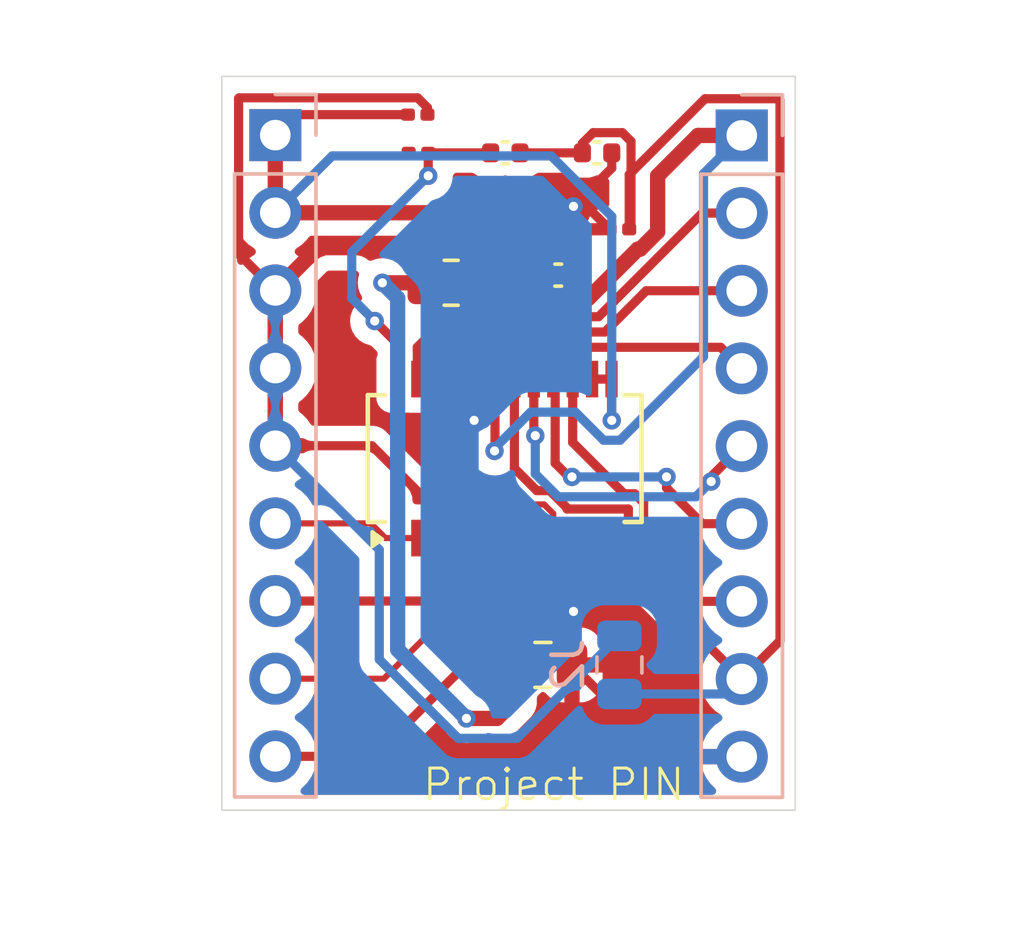
<source format=kicad_pcb>
(kicad_pcb (version 20240108) (generator "pcbnew") (generator_version "8.0")
  (layers (0 "F.Cu" signal) (31 "B.Cu" signal) (34 "B.Paste" user) (35 "F.Paste" user) (36 "B.SilkS" user "B.Silkscreen") (37 "F.SilkS" user "F.Silkscreen") (38 "B.Mask" user) (39 "F.Mask" user) (44 "Edge.Cuts" user))
  (net 0 "")
  (net 1 "sankaku")
  (net 2 "Net-(U1-VM1)")
  (net 3 "VCC")
  (net 4 "GND")
  (net 5 "VM")
  (net 6 "Net-(Conn1-Pin_7)")
  (net 7 "Net-(Conn1-Pin_8)")
  (net 8 "Net-(Conn1-Pin_6)")
  (net 9 "Net-(Conn1-Pin_9)")
  (net 10 "AIN2")
  (net 11 "BIN2")
  (net 12 "PWMB")
  (net 13 "BIN1")
  (net 14 "PWMA")
  (net 15 "STBY")
  (net 16 "AIN1")
  (net 17 "Net-(J1-Pad1)")
  (footprint "Capacitor_SMD:C_0201_0603Metric" (layer "F.Cu") (at 126.155 72.25)
    (property "Reference" "C5" (hide yes))
    (property "Value" "C")
    (pad "1" smd roundrect (at -0.32 0) (size 0.46 0.4) (layers "F.Cu" "F.Mask") (net 5 "VM"))
    (pad "2" smd roundrect (at 0.32 0) (size 0.46 0.4) (layers "F.Cu" "F.Mask") (net 4 "GND"))
  )
  (footprint "Capacitor_SMD:C_0805_2012Metric" (layer "F.Cu") (at 130.25 90.25)
    (property "Reference" "J1" (hide yes))
    (property "Value" "C" (hide yes))
    (fp_line (start -0.261252 -0.735) (end 0.261252 -0.735) (stroke (width 0.12)) (layer "F.SilkS"))
    (fp_line (start -0.261252 0.735) (end 0.261252 0.735) (stroke (width 0.12)) (layer "F.SilkS"))
    (pad "1" smd roundrect (at -0.95 0) (size 1 1.45) (layers "F.Cu" "F.Paste" "F.Mask") (net 17 "Net-(J1-Pad1)"))
    (pad "2" smd roundrect (at 0.95 0) (size 1 1.45) (layers "F.Cu" "F.Paste" "F.Mask") (net 3 "VCC"))
  )
  (footprint "Capacitor_SMD:C_0402_1005Metric" (layer "F.Cu") (at 129.02 73.5)
    (property "Reference" "C2" (hide yes))
    (property "Value" "C" (hide yes))
    (fp_line (start -0.107836 -0.36) (end 0.107836 -0.36) (stroke (width 0.12)) (layer "F.SilkS"))
    (fp_line (start -0.107836 0.36) (end 0.107836 0.36) (stroke (width 0.12)) (layer "F.SilkS"))
    (pad "1" smd roundrect (at -0.48 0) (size 0.56 0.62) (layers "F.Cu" "F.Paste" "F.Mask") (net 2 "Net-(U1-VM1)"))
    (pad "2" smd roundrect (at 0.48 0) (size 0.56 0.62) (layers "F.Cu" "F.Paste" "F.Mask") (net 1 "sankaku"))
  )
  (footprint "Capacitor_SMD:C_0402_1005Metric" (layer "F.Cu") (at 130.75 77.5)
    (property "Reference" "C6" (hide yes))
    (property "Value" "C" (hide yes))
    (fp_line (start -0.107836 -0.36) (end 0.107836 -0.36) (stroke (width 0.12)) (layer "F.SilkS"))
    (fp_line (start -0.107836 0.36) (end 0.107836 0.36) (stroke (width 0.12)) (layer "F.SilkS"))
    (pad "1" smd roundrect (at -0.48 0) (size 0.56 0.62) (layers "F.Cu" "F.Paste" "F.Mask") (net 4 "GND"))
    (pad "2" smd roundrect (at 0.48 0) (size 0.56 0.62) (layers "F.Cu" "F.Paste" "F.Mask") (net 5 "VM"))
  )
  (footprint "Capacitor_SMD:C_0201_0603Metric" (layer "F.Cu") (at 126.18 73.5 180)
    (property "Reference" "C1" (hide yes))
    (property "Value" "C")
    (pad "1" smd roundrect (at -0.32 0 180) (size 0.46 0.4) (layers "F.Cu" "F.Mask") (net 2 "Net-(U1-VM1)"))
    (pad "2" smd roundrect (at 0.32 0 180) (size 0.46 0.4) (layers "F.Cu" "F.Mask") (net 1 "sankaku"))
  )
  (footprint "Capacitor_SMD:C_0201_0603Metric" (layer "F.Cu") (at 132.75 76)
    (property "Reference" "C3" (hide yes))
    (property "Value" "C" (hide yes))
    (pad "1" smd roundrect (at -0.32 0) (size 0.46 0.4) (layers "F.Cu" "F.Mask") (net 3 "VCC"))
    (pad "2" smd roundrect (at 0.32 0) (size 0.46 0.4) (layers "F.Cu" "F.Mask") (net 1 "sankaku"))
  )
  (footprint "Resistor_SMD:R_0805_2012Metric" (layer "F.Cu") (at 127.25 77.75)
    (property "Reference" "R1" (hide yes))
    (property "Value" "10k" (hide yes))
    (fp_line (start -0.227064 -0.735) (end 0.227064 -0.735) (stroke (width 0.12)) (layer "F.SilkS"))
    (fp_line (start -0.227064 0.735) (end 0.227064 0.735) (stroke (width 0.12)) (layer "F.SilkS"))
    (pad "1" smd roundrect (at -0.9125 0) (size 1.025 1.4) (layers "F.Cu" "F.Paste" "F.Mask") (roundrect_rratio 0.243902) (net 17 "Net-(J1-Pad1)"))
    (pad "2" smd roundrect (at 0.9125 0) (size 1.025 1.4) (layers "F.Cu" "F.Paste" "F.Mask") (roundrect_rratio 0.243902) (net 15 "STBY"))
  )
  (footprint "Package_SO:SSOP-24_3.9x8.7mm_P0.635mm" (layer "F.Cu") (at 129 83.5 90)
    (property "Reference" "U1" (hide yes))
    (property "Value" "TB6612FNG_C_8_EL" (hide yes))
    (fp_line (start 2.075 -4.475) (end 2.075 -3.9175) (stroke (width 0.15)) (layer "F.SilkS"))
    (fp_line (start -2.075 -4.475) (end 2.075 -4.475) (stroke (width 0.15)) (layer "F.SilkS"))
    (fp_line (start -2.075 -4.475) (end -2.075 -3.9175) (stroke (width 0.15)) (layer "F.SilkS"))
    (fp_line (start 2.075 4.475) (end 2.075 3.9175) (stroke (width 0.15)) (layer "F.SilkS"))
    (fp_line (start -2.075 4.475) (end -2.075 3.9175) (stroke (width 0.15)) (layer "F.SilkS"))
    (fp_line (start -2.075 4.475) (end 2.075 4.475) (stroke (width 0.15)) (layer "F.SilkS"))
    (fp_poly (pts (xy -2.6375 -4) (xy -2.8775 -4.33) (xy -2.3975 -4.33) (xy -2.6375 -4)) (stroke (width 0.12)) (fill solid) (layer "F.SilkS"))
    (pad "1" smd rect (at -2.6 -3.4925 90) (size 1.2 0.4) (layers "F.Cu" "F.Paste" "F.Mask") (net 8 "Net-(Conn1-Pin_6)"))
    (pad "2" smd rect (at -2.6 -2.8575 90) (size 1.2 0.4) (layers "F.Cu" "F.Paste" "F.Mask") (net 8 "Net-(Conn1-Pin_6)"))
    (pad "3" smd rect (at -2.6 -2.2225 90) (size 1.2 0.4) (layers "F.Cu" "F.Paste" "F.Mask") (net 4 "GND"))
    (pad "4" smd rect (at -2.6 -1.5875 90) (size 1.2 0.4) (layers "F.Cu" "F.Paste" "F.Mask") (net 4 "GND"))
    (pad "5" smd rect (at -2.6 -0.9525 90) (size 1.2 0.4) (layers "F.Cu" "F.Paste" "F.Mask") (net 6 "Net-(Conn1-Pin_7)"))
    (pad "6" smd rect (at -2.6 -0.3175 90) (size 1.2 0.4) (layers "F.Cu" "F.Paste" "F.Mask") (net 6 "Net-(Conn1-Pin_7)"))
    (pad "7" smd rect (at -2.6 0.3175 90) (size 1.2 0.4) (layers "F.Cu" "F.Paste" "F.Mask") (net 7 "Net-(Conn1-Pin_8)"))
    (pad "8" smd rect (at -2.6 0.9525 90) (size 1.2 0.4) (layers "F.Cu" "F.Paste" "F.Mask") (net 7 "Net-(Conn1-Pin_8)"))
    (pad "9" smd rect (at -2.6 1.5875 90) (size 1.2 0.4) (layers "F.Cu" "F.Paste" "F.Mask") (net 4 "GND"))
    (pad "10" smd rect (at -2.6 2.2225 90) (size 1.2 0.4) (layers "F.Cu" "F.Paste" "F.Mask") (net 4 "GND"))
    (pad "11" smd rect (at -2.6 2.8575 90) (size 1.2 0.4) (layers "F.Cu" "F.Paste" "F.Mask") (net 9 "Net-(Conn1-Pin_9)"))
    (pad "12" smd rect (at -2.6 3.4925 90) (size 1.2 0.4) (layers "F.Cu" "F.Paste" "F.Mask") (net 9 "Net-(Conn1-Pin_9)"))
    (pad "13" smd rect (at 2.6 3.4925 90) (size 1.2 0.4) (layers "F.Cu" "F.Paste" "F.Mask") (net 5 "VM"))
    (pad "14" smd rect (at 2.6 2.8575 90) (size 1.2 0.4) (layers "F.Cu" "F.Paste" "F.Mask") (net 5 "VM"))
    (pad "15" smd rect (at 2.6 2.2225 90) (size 1.2 0.4) (layers "F.Cu" "F.Paste" "F.Mask") (net 12 "PWMB"))
    (pad "16" smd rect (at 2.6 1.5875 90) (size 1.2 0.4) (layers "F.Cu" "F.Paste" "F.Mask") (net 11 "BIN2"))
    (pad "17" smd rect (at 2.6 0.9525 90) (size 1.2 0.4) (layers "F.Cu" "F.Paste" "F.Mask") (net 13 "BIN1"))
    (pad "18" smd rect (at 2.6 0.3175 90) (size 1.2 0.4) (layers "F.Cu" "F.Paste" "F.Mask") (net 1 "sankaku"))
    (pad "19" smd rect (at 2.6 -0.3175 90) (size 1.2 0.4) (layers "F.Cu" "F.Paste" "F.Mask") (net 15 "STBY"))
    (pad "20" smd rect (at 2.6 -0.9525 90) (size 1.2 0.4) (layers "F.Cu" "F.Paste" "F.Mask") (net 3 "VCC"))
    (pad "21" smd rect (at 2.6 -1.5875 90) (size 1.2 0.4) (layers "F.Cu" "F.Paste" "F.Mask") (net 16 "AIN1"))
    (pad "22" smd rect (at 2.6 -2.2225 90) (size 1.2 0.4) (layers "F.Cu" "F.Paste" "F.Mask") (net 10 "AIN2"))
    (pad "23" smd rect (at 2.6 -2.8575 90) (size 1.2 0.4) (layers "F.Cu" "F.Paste" "F.Mask") (net 14 "PWMA"))
    (pad "24" smd rect (at 2.6 -3.4925 90) (size 1.2 0.4) (layers "F.Cu" "F.Paste" "F.Mask") (net 2 "Net-(U1-VM1)"))
  )
  (footprint "Capacitor_SMD:C_0402_1005Metric" (layer "F.Cu") (at 132.02 73.5)
    (property "Reference" "C4" (hide yes))
    (property "Value" "C" (hide yes))
    (fp_line (start -0.107836 -0.36) (end 0.107836 -0.36) (stroke (width 0.12)) (layer "F.SilkS"))
    (fp_line (start -0.107836 0.36) (end 0.107836 0.36) (stroke (width 0.12)) (layer "F.SilkS"))
    (pad "1" smd roundrect (at -0.48 0) (size 0.56 0.62) (layers "F.Cu" "F.Paste" "F.Mask") (net 1 "sankaku"))
    (pad "2" smd roundrect (at 0.48 0) (size 0.56 0.62) (layers "F.Cu" "F.Paste" "F.Mask") (net 3 "VCC"))
  )
  (footprint "Connector_PinHeader_2.54mm:PinHeader_1x09_P2.54mm_Vertical" (layer "B.Cu") (at 136.75 72.93 180)
    (property "Reference" "Conn2" (hide yes))
    (property "Value" "Conn_01x09_Pin" (hide yes))
    (fp_line (start 1.33 -1.27) (end -1.33 -1.27) (stroke (width 0.12)) (layer "B.SilkS"))
    (fp_line (start 1.33 -21.65) (end 1.33 -1.27) (stroke (width 0.12)) (layer "B.SilkS"))
    (fp_line (start 1.33 -21.65) (end -1.33 -21.65) (stroke (width 0.12)) (layer "B.SilkS"))
    (fp_line (start 0 1.33) (end -1.33 1.33) (stroke (width 0.12)) (layer "B.SilkS"))
    (fp_line (start -1.33 1.33) (end -1.33 0) (stroke (width 0.12)) (layer "B.SilkS"))
    (fp_line (start -1.33 -21.65) (end -1.33 -1.27) (stroke (width 0.12)) (layer "B.SilkS"))
    (pad "1" thru_hole rect (at 0 0 180) (size 1.7 1.7) (drill 1) (layers "*.Cu" "*.Mask") (net 15 "STBY"))
    (pad "2" thru_hole oval (at 0 -2.54 180) (size 1.7 1.7) (drill 1) (layers "*.Cu" "*.Mask") (net 14 "PWMA"))
    (pad "3" thru_hole oval (at 0 -5.08 180) (size 1.7 1.7) (drill 1) (layers "*.Cu" "*.Mask") (net 10 "AIN2"))
    (pad "4" thru_hole oval (at 0 -7.62 180) (size 1.7 1.7) (drill 1) (layers "*.Cu" "*.Mask") (net 16 "AIN1"))
    (pad "5" thru_hole oval (at 0 -10.16 180) (size 1.7 1.7) (drill 1) (layers "*.Cu" "*.Mask") (net 13 "BIN1"))
    (pad "6" thru_hole oval (at 0 -12.7 180) (size 1.7 1.7) (drill 1) (layers "*.Cu" "*.Mask") (net 11 "BIN2"))
    (pad "7" thru_hole oval (at 0 -15.24 180) (size 1.7 1.7) (drill 1) (layers "*.Cu" "*.Mask") (net 12 "PWMB"))
    (pad "8" thru_hole oval (at 0 -17.78 180) (size 1.7 1.7) (drill 1) (layers "*.Cu" "*.Mask") (net 1 "sankaku"))
    (pad "9" thru_hole oval (at 0 -20.32 180) (size 1.7 1.7) (drill 1) (layers "*.Cu" "*.Mask") (net 3 "VCC"))
  )
  (footprint "Connector_PinHeader_2.54mm:PinHeader_1x09_P2.54mm_Vertical" (layer "B.Cu") (at 121.5 72.92 180)
    (property "Reference" "Conn1" (hide yes))
    (property "Value" "Conn_01x09_Pin" (hide yes))
    (fp_line (start 1.33 -1.27) (end -1.33 -1.27) (stroke (width 0.12)) (layer "B.SilkS"))
    (fp_line (start 1.33 -21.65) (end 1.33 -1.27) (stroke (width 0.12)) (layer "B.SilkS"))
    (fp_line (start 1.33 -21.65) (end -1.33 -21.65) (stroke (width 0.12)) (layer "B.SilkS"))
    (fp_line (start 0 1.33) (end -1.33 1.33) (stroke (width 0.12)) (layer "B.SilkS"))
    (fp_line (start -1.33 1.33) (end -1.33 0) (stroke (width 0.12)) (layer "B.SilkS"))
    (fp_line (start -1.33 -21.65) (end -1.33 -1.27) (stroke (width 0.12)) (layer "B.SilkS"))
    (pad "1" thru_hole rect (at 0 0 180) (size 1.7 1.7) (drill 1) (layers "*.Cu" "*.Mask") (net 5 "VM"))
    (pad "2" thru_hole oval (at 0 -2.54 180) (size 1.7 1.7) (drill 1) (layers "*.Cu" "*.Mask") (net 5 "VM"))
    (pad "3" thru_hole oval (at 0 -5.08 180) (size 1.7 1.7) (drill 1) (layers "*.Cu" "*.Mask") (net 4 "GND"))
    (pad "4" thru_hole oval (at 0 -7.62 180) (size 1.7 1.7) (drill 1) (layers "*.Cu" "*.Mask") (net 4 "GND"))
    (pad "5" thru_hole oval (at 0 -10.16 180) (size 1.7 1.7) (drill 1) (layers "*.Cu" "*.Mask") (net 4 "GND"))
    (pad "6" thru_hole oval (at 0 -12.7 180) (size 1.7 1.7) (drill 1) (layers "*.Cu" "*.Mask") (net 8 "Net-(Conn1-Pin_6)"))
    (pad "7" thru_hole oval (at 0 -15.24 180) (size 1.7 1.7) (drill 1) (layers "*.Cu" "*.Mask") (net 6 "Net-(Conn1-Pin_7)"))
    (pad "8" thru_hole oval (at 0 -17.78 180) (size 1.7 1.7) (drill 1) (layers "*.Cu" "*.Mask") (net 7 "Net-(Conn1-Pin_8)"))
    (pad "9" thru_hole oval (at 0 -20.32 180) (size 1.7 1.7) (drill 1) (layers "*.Cu" "*.Mask") (net 9 "Net-(Conn1-Pin_9)"))
  )
  (footprint "Capacitor_SMD:C_0805_2012Metric" (layer "B.Cu") (at 132.75 90.25 -90)
    (property "Reference" "J2" (at 0 1.68 90) (layer "B.SilkS") (effects (justify mirror)))
    (property "Value" "C")
    (fp_line (start 0.261252 0.735) (end -0.261252 0.735) (stroke (width 0.12)) (layer "B.SilkS"))
    (fp_line (start 0.261252 -0.735) (end -0.261252 -0.735) (stroke (width 0.12)) (layer "B.SilkS"))
    (pad "1" smd roundrect (at -0.95 0 270) (size 1 1.45) (layers "B.Cu" "B.Paste" "B.Mask") (net 4 "GND"))
    (pad "2" smd roundrect (at 0.95 0 270) (size 1 1.45) (layers "B.Cu" "B.Paste" "B.Mask") (net 1 "sankaku"))
  )
  (gr_rect (start 119.75 71) (end 138.5 95) (stroke (width 0.05)) (fill none) (layer "Edge.Cuts"))
  (gr_text "Project PIN" (at 126.25 94.75 0) (layer "F.SilkS") (effects (font (size 1 1) (thickness 0.1)) (justify left bottom)))
  (segment (start 129.5 73.5) (end 131.54 73.5) (width 0.3) (layer "F.Cu") (net 1))
  (segment (start 133.13 75.94) (end 133.07 76) (width 0.3) (layer "F.Cu") (net 1))
  (segment (start 136.75 90.71) (end 133.0425 87.0025) (width 0.3) (layer "F.Cu") (net 1))
  (segment (start 131.890001 72.84) (end 132.846846 72.84) (width 0.3) (layer "F.Cu") (net 1))
  (segment (start 133.13 73.123154) (end 133.13 75.94) (width 0.3) (layer "F.Cu") (net 1))
  (segment (start 130.473896 84.55) (end 130.05 84.55) (width 0.3) (layer "F.Cu") (net 1))
  (segment (start 133.0425 85.15) (end 131.0375 85.15) (width 0.3) (layer "F.Cu") (net 1))
  (segment (start 133.07 74.21) (end 135.55 71.73) (width 0.3) (layer "F.Cu") (net 1))
  (segment (start 131.54 73.190001) (end 131.890001 72.84) (width 0.3) (layer "F.Cu") (net 1))
  (segment (start 129.3175 83.8175) (end 129.3175 80.9) (width 0.3) (layer "F.Cu") (net 1))
  (segment (start 130.05 84.55) (end 129.3175 83.8175) (width 0.3) (layer "F.Cu") (net 1))
  (segment (start 136.75 90.71) (end 136.75 91) (width 0.3) (layer "F.Cu") (net 1))
  (segment (start 131.54 73.5) (end 131.54 73.190001) (width 0.3) (layer "F.Cu") (net 1))
  (segment (start 138 89.46) (end 136.75 90.71) (width 0.3) (layer "F.Cu") (net 1))
  (segment (start 132.846846 72.84) (end 133.13 73.123154) (width 0.3) (layer "F.Cu") (net 1))
  (segment (start 135.55 71.73) (end 137.95 71.73) (width 0.3) (layer "F.Cu") (net 1))
  (segment (start 138 71.78) (end 138 89.46) (width 0.3) (layer "F.Cu") (net 1))
  (segment (start 131.0375 85.15) (end 131.0375 85.113604) (width 0.3) (layer "F.Cu") (net 1))
  (segment (start 137.95 71.73) (end 138 71.78) (width 0.3) (layer "F.Cu") (net 1))
  (segment (start 133.0425 87.0025) (end 133.0425 85.15) (width 0.3) (layer "F.Cu") (net 1))
  (segment (start 133.07 76) (end 133.07 74.21) (width 0.3) (layer "F.Cu") (net 1))
  (segment (start 131.0375 85.113604) (end 130.473896 84.55) (width 0.3) (layer "F.Cu") (net 1))
  (segment (start 136.26 91.2) (end 136.75 90.71) (width 0.3) (layer "B.Cu") (net 1))
  (segment (start 132.75 91.2) (end 136.26 91.2) (width 0.3) (layer "B.Cu") (net 1))
  (segment (start 125.5075 79.7575) (end 124.75 79) (width 0.3) (layer "F.Cu") (net 2))
  (segment (start 125.5075 80.9) (end 125.5075 79.7575) (width 0.3) (layer "F.Cu") (net 2))
  (segment (start 126.5 73.5) (end 128.54 73.5) (width 0.3) (layer "F.Cu") (net 2))
  (segment (start 126.5 74.25) (end 126.5 73.5) (width 0.3) (layer "F.Cu") (net 2))
  (via (at 124.75 79) (size 0.6) (drill 0.3) (layers "F.Cu" "B.Cu") (net 2))
  (via (at 126.5 74.25) (size 0.6) (drill 0.3) (layers "F.Cu" "B.Cu") (net 2))
  (segment (start 124 76.75) (end 126.5 74.25) (width 0.3) (layer "B.Cu") (net 2))
  (segment (start 124 78.25) (end 124 76.75) (width 0.3) (layer "B.Cu") (net 2))
  (segment (start 124.75 79) (end 124 78.25) (width 0.3) (layer "B.Cu") (net 2))
  (segment (start 131.25 88.5) (end 131.25 90.2) (width 0.3) (layer "F.Cu") (net 3))
  (segment (start 131.2 90.25) (end 134.2 93.25) (width 0.3) (layer "F.Cu") (net 3))
  (segment (start 128.0475 82.2025) (end 128 82.25) (width 0.3) (layer "F.Cu") (net 3))
  (segment (start 128.0475 80.9) (end 128.0475 82.2025) (width 0.3) (layer "F.Cu") (net 3))
  (segment (start 131.68 75.25) (end 132.43 76) (width 0.3) (layer "F.Cu") (net 3))
  (segment (start 131.25 75.25) (end 131.68 75.25) (width 0.3) (layer "F.Cu") (net 3))
  (segment (start 132.5 74) (end 132.5 73.5) (width 0.3) (layer "F.Cu") (net 3))
  (segment (start 134.2 93.25) (end 136.75 93.25) (width 0.3) (layer "F.Cu") (net 3))
  (segment (start 131.25 75.25) (end 132.5 74) (width 0.3) (layer "F.Cu") (net 3))
  (segment (start 131.25 90.2) (end 131.2 90.25) (width 0.3) (layer "F.Cu") (net 3))
  (via (at 131.25 75.25) (size 0.6) (drill 0.3) (layers "F.Cu" "B.Cu") (net 3))
  (via (at 131.25 88.5) (size 0.6) (drill 0.3) (layers "F.Cu" "B.Cu") (net 3))
  (via (at 128 82.25) (size 0.6) (drill 0.3) (layers "F.Cu" "B.Cu") (net 3))
  (segment (start 128 85.25) (end 131.25 88.5) (width 0.3) (layer "B.Cu") (net 3))
  (segment (start 131.25 79) (end 131.25 75.25) (width 0.3) (layer "B.Cu") (net 3))
  (segment (start 128 82.25) (end 128 85.25) (width 0.3) (layer "B.Cu") (net 3))
  (segment (start 128 82.25) (end 131.25 79) (width 0.3) (layer "B.Cu") (net 3))
  (segment (start 126.7775 86.1) (end 126.7775 85.25) (width 0.2) (layer "F.Cu") (net 4))
  (segment (start 126.7775 85.25) (end 126.7775 85.2225) (width 0.2) (layer "F.Cu") (net 4))
  (segment (start 120.3 76.8) (end 121.5 78) (width 0.3) (layer "F.Cu") (net 4))
  (segment (start 130.2875 85) (end 130.5875 85.3) (width 0.2) (layer "F.Cu") (net 4))
  (segment (start 127 85) (end 130.2875 85) (width 0.2) (layer "F.Cu") (net 4))
  (segment (start 127.4125 86.1) (end 126.7775 86.1) (width 0.2) (layer "F.Cu") (net 4))
  (segment (start 126.154168 71.7) (end 120.32 71.7) (width 0.3) (layer "F.Cu") (net 4))
  (segment (start 120.3 71.72) (end 120.3 76.8) (width 0.3) (layer "F.Cu") (net 4))
  (segment (start 130.5875 86.1) (end 131.2225 86.1) (width 0.2) (layer "F.Cu") (net 4))
  (segment (start 130.27 77.5) (end 129.37 76.6) (width 0.5) (layer "F.Cu") (net 4))
  (segment (start 126.475 72.020832) (end 126.154168 71.7) (width 0.3) (layer "F.Cu") (net 4))
  (segment (start 126.7775 85.2225) (end 127 85) (width 0.2) (layer "F.Cu") (net 4))
  (segment (start 130.5875 85.3) (end 130.5875 86.1) (width 0.2) (layer "F.Cu") (net 4))
  (segment (start 121.5 83.08) (end 124.6575 83.08) (width 0.3) (layer "F.Cu") (net 4))
  (segment (start 120.32 71.7) (end 120.3 71.72) (width 0.3) (layer "F.Cu") (net 4))
  (segment (start 122.9 76.6) (end 121.5 78) (width 0.5) (layer "F.Cu") (net 4))
  (segment (start 121.5 78) (end 121.5 83.08) (width 0.5) (layer "F.Cu") (net 4))
  (segment (start 126.7775 85.2) (end 126.7775 85.25) (width 0.3) (layer "F.Cu") (net 4))
  (segment (start 129.37 76.6) (end 122.9 76.6) (width 0.5) (layer "F.Cu") (net 4))
  (segment (start 126.475 72.25) (end 126.475 72.020832) (width 0.3) (layer "F.Cu") (net 4))
  (segment (start 124.6575 83.08) (end 126.7775 85.2) (width 0.3) (layer "F.Cu") (net 4))
  (segment (start 127.480761 92.65) (end 124.9 90.069239) (width 0.3) (layer "B.Cu") (net 4))
  (segment (start 124.9 86.48) (end 121.5 83.08) (width 0.3) (layer "B.Cu") (net 4))
  (segment (start 129.4 92.65) (end 127.480761 92.65) (width 0.3) (layer "B.Cu") (net 4))
  (segment (start 124.9 90.069239) (end 124.9 86.48) (width 0.3) (layer "B.Cu") (net 4))
  (segment (start 132.75 89.3) (end 129.4 92.65) (width 0.3) (layer "B.Cu") (net 4))
  (segment (start 131.23 77.190001) (end 131.23 77.5) (width 0.5) (layer "F.Cu") (net 5))
  (segment (start 129.499999 75.46) (end 131.23 77.190001) (width 0.5) (layer "F.Cu") (net 5))
  (segment (start 132.4925 80.9) (end 132.4925 82.2425) (width 0.3) (layer "F.Cu") (net 5))
  (segment (start 121.5 75.46) (end 129.499999 75.46) (width 0.5) (layer "F.Cu") (net 5))
  (segment (start 121.5 72.92) (end 121.5 75.46) (width 0.5) (layer "F.Cu") (net 5))
  (segment (start 131.8575 80.9) (end 132.4925 80.9) (width 0.3) (layer "F.Cu") (net 5))
  (segment (start 132.4925 82.2425) (end 132.5 82.25) (width 0.3) (layer "F.Cu") (net 5))
  (segment (start 122.17 72.25) (end 121.5 72.92) (width 0.3) (layer "F.Cu") (net 5))
  (segment (start 125.835 72.25) (end 122.17 72.25) (width 0.3) (layer "F.Cu") (net 5))
  (via (at 132.5 82.25) (size 0.6) (drill 0.3) (layers "F.Cu" "B.Cu") (net 5))
  (segment (start 130.519239 73.6) (end 123.36 73.6) (width 0.3) (layer "B.Cu") (net 5))
  (segment (start 132.5 75.580761) (end 130.519239 73.6) (width 0.3) (layer "B.Cu") (net 5))
  (segment (start 123.36 73.6) (end 121.5 75.46) (width 0.3) (layer "B.Cu") (net 5))
  (segment (start 132.5 82.25) (end 132.5 75.580761) (width 0.3) (layer "B.Cu") (net 5))
  (segment (start 128.0475 87) (end 126.8875 88.16) (width 0.3) (layer "F.Cu") (net 6))
  (segment (start 128.0475 86.1) (end 128.6825 86.1) (width 0.3) (layer "F.Cu") (net 6))
  (segment (start 126.8875 88.16) (end 121.5 88.16) (width 0.3) (layer "F.Cu") (net 6))
  (segment (start 128.0475 86.1) (end 128.0475 87) (width 0.3) (layer "F.Cu") (net 6))
  (segment (start 129.3175 86.1) (end 129.3175 86.865) (width 0.2) (layer "F.Cu") (net 7))
  (segment (start 129.1825 87) (end 128.75 87) (width 0.2) (layer "F.Cu") (net 7))
  (segment (start 129.3175 86.1) (end 129.9525 86.1) (width 0.2) (layer "F.Cu") (net 7))
  (segment (start 125.05 90.7) (end 121.5 90.7) (width 0.2) (layer "F.Cu") (net 7))
  (segment (start 129.3175 86.865) (end 129.1825 87) (width 0.2) (layer "F.Cu") (net 7))
  (segment (start 128.75 87) (end 125.05 90.7) (width 0.2) (layer "F.Cu") (net 7))
  (segment (start 125.5075 86.1) (end 125.1 86.1) (width 0.2) (layer "F.Cu") (net 8))
  (segment (start 125.1 86.1) (end 124.62 85.62) (width 0.2) (layer "F.Cu") (net 8))
  (segment (start 124.62 85.62) (end 121.5 85.62) (width 0.2) (layer "F.Cu") (net 8))
  (segment (start 125.5075 86.1) (end 126.1425 86.1) (width 0.2) (layer "F.Cu") (net 8))
  (segment (start 124.729544 93.24) (end 130.919544 87.05) (width 0.3) (layer "F.Cu") (net 9))
  (segment (start 131.8575 87) (end 131.8575 86.1) (width 0.3) (layer "F.Cu") (net 9))
  (segment (start 132.4925 86.1) (end 131.8575 86.1) (width 0.2) (layer "F.Cu") (net 9))
  (segment (start 131.8075 87.05) (end 131.8575 87) (width 0.3) (layer "F.Cu") (net 9))
  (segment (start 121.5 93.24) (end 124.729544 93.24) (width 0.3) (layer "F.Cu") (net 9))
  (segment (start 130.919544 87.05) (end 131.8075 87.05) (width 0.3) (layer "F.Cu") (net 9))
  (segment (start 126.7775 80) (end 127.4175 79.36) (width 0.3) (layer "F.Cu") (net 10))
  (segment (start 127.4175 79.36) (end 132.276222 79.36) (width 0.3) (layer "F.Cu") (net 10))
  (segment (start 132.276222 79.36) (end 133.626222 78.01) (width 0.3) (layer "F.Cu") (net 10))
  (segment (start 133.626222 78.01) (end 136.75 78.01) (width 0.3) (layer "F.Cu") (net 10))
  (segment (start 126.7775 80.9) (end 126.7775 80) (width 0.3) (layer "F.Cu") (net 10))
  (segment (start 130.65 83.65) (end 130.65 80.9625) (width 0.3) (layer "F.Cu") (net 11))
  (segment (start 131.1 84.1) (end 130.65 83.65) (width 0.3) (layer "F.Cu") (net 11))
  (segment (start 134.29038 84.1) (end 134.29038 84.459619) (width 0.3) (layer "F.Cu") (net 11))
  (segment (start 130.65 80.9625) (end 130.5875 80.9) (width 0.3) (layer "F.Cu") (net 11))
  (segment (start 131.2 84.1) (end 131.1 84.1) (width 0.3) (layer "F.Cu") (net 11))
  (segment (start 135.460761 85.63) (end 136.75 85.63) (width 0.3) (layer "F.Cu") (net 11))
  (segment (start 134.29038 84.459619) (end 135.460761 85.63) (width 0.3) (layer "F.Cu") (net 11))
  (via (at 134.29038 84.1) (size 0.6) (drill 0.3) (layers "F.Cu" "B.Cu") (net 11))
  (via (at 131.2 84.1) (size 0.6) (drill 0.3) (layers "F.Cu" "B.Cu") (net 11))
  (segment (start 134.29038 84.1) (end 131.2 84.1) (width 0.3) (layer "B.Cu") (net 11))
  (segment (start 131.2225 82.9725) (end 131.2225 80.9) (width 0.3) (layer "F.Cu") (net 12))
  (segment (start 134.92 88.17) (end 133.5425 86.7925) (width 0.3) (layer "F.Cu") (net 12))
  (segment (start 136.75 88.17) (end 134.92 88.17) (width 0.3) (layer "F.Cu") (net 12))
  (segment (start 133.5425 86.7925) (end 133.5425 84.942893) (width 0.3) (layer "F.Cu") (net 12))
  (segment (start 133.249607 84.65) (end 132.9 84.65) (width 0.3) (layer "F.Cu") (net 12))
  (segment (start 132.9 84.65) (end 131.2225 82.9725) (width 0.3) (layer "F.Cu") (net 12))
  (segment (start 133.5425 84.942893) (end 133.249607 84.65) (width 0.3) (layer "F.Cu") (net 12))
  (segment (start 129.9525 82.7025) (end 129.9525 80.9) (width 0.3) (layer "F.Cu") (net 13))
  (segment (start 135.75 84.09) (end 136.75 83.09) (width 0.3) (layer "F.Cu") (net 13))
  (segment (start 135.75 84.25) (end 135.75 84.09) (width 0.3) (layer "F.Cu") (net 13))
  (segment (start 130 82.75) (end 129.9525 82.7025) (width 0.3) (layer "F.Cu") (net 13))
  (via (at 135.75 84.25) (size 0.6) (drill 0.3) (layers "F.Cu" "B.Cu") (net 13))
  (via (at 130 82.75) (size 0.6) (drill 0.3) (layers "F.Cu" "B.Cu") (net 13))
  (segment (start 130 84) (end 130 82.75) (width 0.3) (layer "B.Cu") (net 13))
  (segment (start 135.75 84.25) (end 135.25 84.75) (width 0.3) (layer "B.Cu") (net 13))
  (segment (start 135.25 84.75) (end 130.75 84.75) (width 0.3) (layer "B.Cu") (net 13))
  (segment (start 130.75 84.75) (end 130 84) (width 0.3) (layer "B.Cu") (net 13))
  (segment (start 135.459116 75.47) (end 132.069116 78.86) (width 0.3) (layer "F.Cu") (net 14))
  (segment (start 127.14 78.86) (end 126.1425 79.8575) (width 0.3) (layer "F.Cu") (net 14))
  (segment (start 132.069116 78.86) (end 127.14 78.86) (width 0.3) (layer "F.Cu") (net 14))
  (segment (start 136.75 75.47) (end 135.459116 75.47) (width 0.3) (layer "F.Cu") (net 14))
  (segment (start 126.1425 79.8575) (end 126.1425 80.9) (width 0.3) (layer "F.Cu") (net 14))
  (segment (start 131.74 78.26) (end 128.6725 78.26) (width 0.5) (layer "F.Cu") (net 15))
  (segment (start 134 76.080588) (end 133.430588 76.65) (width 0.5) (layer "F.Cu") (net 15))
  (segment (start 128.6725 78.26) (end 128.1625 77.75) (width 0.5) (layer "F.Cu") (net 15))
  (segment (start 135.32 72.93) (end 134 74.25) (width 0.5) (layer "F.Cu") (net 15))
  (segment (start 134 74.25) (end 134 76.080588) (width 0.5) (layer "F.Cu") (net 15))
  (segment (start 136.75 72.93) (end 135.32 72.93) (width 0.5) (layer "F.Cu") (net 15))
  (segment (start 128.6825 80.9) (end 128.6825 83.235) (width 0.3) (layer "F.Cu") (net 15))
  (segment (start 128.6825 83.235) (end 128.6675 83.25) (width 0.3) (layer "F.Cu") (net 15))
  (segment (start 133.35 76.65) (end 131.74 78.26) (width 0.5) (layer "F.Cu") (net 15))
  (segment (start 133.430588 76.65) (end 133.35 76.65) (width 0.5) (layer "F.Cu") (net 15))
  (via (at 128.6675 83.25) (size 0.6) (drill 0.3) (layers "F.Cu" "B.Cu") (net 15))
  (segment (start 128.6675 83.25) (end 128.6675 83.163261) (width 0.3) (layer "B.Cu") (net 15))
  (segment (start 132.230761 82.9) (end 132.769239 82.9) (width 0.3) (layer "B.Cu") (net 15))
  (segment (start 132.769239 82.9) (end 135.5 80.169239) (width 0.3) (layer "B.Cu") (net 15))
  (segment (start 135.5 80.169239) (end 135.5 74.18) (width 0.3) (layer "B.Cu") (net 15))
  (segment (start 135.5 74.18) (end 136.75 72.93) (width 0.3) (layer "B.Cu") (net 15))
  (segment (start 129.85 81.980761) (end 131.311522 81.980761) (width 0.3) (layer "B.Cu") (net 15))
  (segment (start 128.6675 83.163261) (end 129.85 81.980761) (width 0.3) (layer "B.Cu") (net 15))
  (segment (start 131.311522 81.980761) (end 132.230761 82.9) (width 0.3) (layer "B.Cu") (net 15))
  (segment (start 127.4125 80.9) (end 127.4125 80.1975) (width 0.3) (layer "F.Cu") (net 16))
  (segment (start 136.06 79.86) (end 127.75 79.86) (width 0.3) (layer "F.Cu") (net 16))
  (segment (start 136.75 80.55) (end 136.06 79.86) (width 0.3) (layer "F.Cu") (net 16))
  (segment (start 127.4125 80.1975) (end 127.75 79.86) (width 0.3) (layer "F.Cu") (net 16))
  (segment (start 128.75 92) (end 129.3 91.45) (width 0.5) (layer "F.Cu") (net 17))
  (segment (start 129.3 91.45) (end 129.3 90.25) (width 0.5) (layer "F.Cu") (net 17))
  (segment (start 126.3375 77.75) (end 125 77.75) (width 0.5) (layer "F.Cu") (net 17))
  (segment (start 127.75 92) (end 128.75 92) (width 0.5) (layer "F.Cu") (net 17))
  (via (at 127.75 92) (size 0.6) (drill 0.3) (layers "F.Cu" "B.Cu") (net 17))
  (via (at 125 77.75) (size 0.6) (drill 0.3) (layers "F.Cu" "B.Cu") (net 17))
  (segment (start 125.5 89.75) (end 127.75 92) (width 0.5) (layer "B.Cu") (net 17))
  (segment (start 125.5 78.25) (end 125.5 89.75) (width 0.5) (layer "B.Cu") (net 17))
  (segment (start 125 77.75) (end 125.5 78.25) (width 0.5) (layer "B.Cu") (net 17))
  (zone (net 4) (net_name "GND") (layers "F&B.Cu") (connect_pads (clearance 0.5)) (min_thickness 0.25) (fill yes (thermal_gap 0.5) (thermal_bridge_width 0.5))
    (polygon (pts (xy 113 69) (xy 113 98) (xy 145 98) (xy 145 69)))
  )
  (zone (net 3) (net_name "VCC") (layers "F&B.Cu") (priority 1) (connect_pads (clearance 0.5)) (min_thickness 0.25) (fill yes (thermal_gap 0.5) (thermal_bridge_width 0.5))
    (polygon (pts (xy 112.5 68.5) (xy 112.5 99) (xy 146 99) (xy 146 68.5)))
  )
)
</source>
